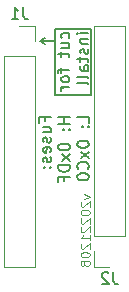
<source format=gbr>
%TF.GenerationSoftware,KiCad,Pcbnew,(6.0.9)*%
%TF.CreationDate,2022-12-08T14:47:13+01:00*%
%TF.ProjectId,UltraCIC-III,556c7472-6143-4494-932d-4949492e6b69,rev?*%
%TF.SameCoordinates,Original*%
%TF.FileFunction,Legend,Bot*%
%TF.FilePolarity,Positive*%
%FSLAX46Y46*%
G04 Gerber Fmt 4.6, Leading zero omitted, Abs format (unit mm)*
G04 Created by KiCad (PCBNEW (6.0.9)) date 2022-12-08 14:47:13*
%MOMM*%
%LPD*%
G01*
G04 APERTURE LIST*
%ADD10C,0.150000*%
%ADD11C,0.100000*%
%ADD12C,0.120000*%
G04 APERTURE END LIST*
D10*
X100076000Y-72644000D02*
X103124000Y-72644000D01*
X103124000Y-72644000D02*
X103124000Y-67056000D01*
X103124000Y-67056000D02*
X100076000Y-67056000D01*
X100076000Y-67056000D02*
X100076000Y-72644000D01*
X99156571Y-74836928D02*
X99156571Y-74503595D01*
X99680380Y-74503595D02*
X98680380Y-74503595D01*
X98680380Y-74979785D01*
X99013714Y-75789309D02*
X99680380Y-75789309D01*
X99013714Y-75360738D02*
X99537523Y-75360738D01*
X99632761Y-75408357D01*
X99680380Y-75503595D01*
X99680380Y-75646452D01*
X99632761Y-75741690D01*
X99585142Y-75789309D01*
X99632761Y-76217880D02*
X99680380Y-76313119D01*
X99680380Y-76503595D01*
X99632761Y-76598833D01*
X99537523Y-76646452D01*
X99489904Y-76646452D01*
X99394666Y-76598833D01*
X99347047Y-76503595D01*
X99347047Y-76360738D01*
X99299428Y-76265500D01*
X99204190Y-76217880D01*
X99156571Y-76217880D01*
X99061333Y-76265500D01*
X99013714Y-76360738D01*
X99013714Y-76503595D01*
X99061333Y-76598833D01*
X99632761Y-77455976D02*
X99680380Y-77360738D01*
X99680380Y-77170261D01*
X99632761Y-77075023D01*
X99537523Y-77027404D01*
X99156571Y-77027404D01*
X99061333Y-77075023D01*
X99013714Y-77170261D01*
X99013714Y-77360738D01*
X99061333Y-77455976D01*
X99156571Y-77503595D01*
X99251809Y-77503595D01*
X99347047Y-77027404D01*
X99632761Y-77884547D02*
X99680380Y-77979785D01*
X99680380Y-78170261D01*
X99632761Y-78265500D01*
X99537523Y-78313119D01*
X99489904Y-78313119D01*
X99394666Y-78265500D01*
X99347047Y-78170261D01*
X99347047Y-78027404D01*
X99299428Y-77932166D01*
X99204190Y-77884547D01*
X99156571Y-77884547D01*
X99061333Y-77932166D01*
X99013714Y-78027404D01*
X99013714Y-78170261D01*
X99061333Y-78265500D01*
X99585142Y-78741690D02*
X99632761Y-78789309D01*
X99680380Y-78741690D01*
X99632761Y-78694071D01*
X99585142Y-78741690D01*
X99680380Y-78741690D01*
X99061333Y-78741690D02*
X99108952Y-78789309D01*
X99156571Y-78741690D01*
X99108952Y-78694071D01*
X99061333Y-78741690D01*
X99156571Y-78741690D01*
X101290380Y-74503595D02*
X100290380Y-74503595D01*
X100766571Y-74503595D02*
X100766571Y-75075023D01*
X101290380Y-75075023D02*
X100290380Y-75075023D01*
X101195142Y-75551214D02*
X101242761Y-75598833D01*
X101290380Y-75551214D01*
X101242761Y-75503595D01*
X101195142Y-75551214D01*
X101290380Y-75551214D01*
X100671333Y-75551214D02*
X100718952Y-75598833D01*
X100766571Y-75551214D01*
X100718952Y-75503595D01*
X100671333Y-75551214D01*
X100766571Y-75551214D01*
X100290380Y-76979785D02*
X100290380Y-77075023D01*
X100338000Y-77170261D01*
X100385619Y-77217880D01*
X100480857Y-77265500D01*
X100671333Y-77313119D01*
X100909428Y-77313119D01*
X101099904Y-77265500D01*
X101195142Y-77217880D01*
X101242761Y-77170261D01*
X101290380Y-77075023D01*
X101290380Y-76979785D01*
X101242761Y-76884547D01*
X101195142Y-76836928D01*
X101099904Y-76789309D01*
X100909428Y-76741690D01*
X100671333Y-76741690D01*
X100480857Y-76789309D01*
X100385619Y-76836928D01*
X100338000Y-76884547D01*
X100290380Y-76979785D01*
X101290380Y-77646452D02*
X100623714Y-78170261D01*
X100623714Y-77646452D02*
X101290380Y-78170261D01*
X101290380Y-78551214D02*
X100290380Y-78551214D01*
X100290380Y-78789309D01*
X100338000Y-78932166D01*
X100433238Y-79027404D01*
X100528476Y-79075023D01*
X100718952Y-79122642D01*
X100861809Y-79122642D01*
X101052285Y-79075023D01*
X101147523Y-79027404D01*
X101242761Y-78932166D01*
X101290380Y-78789309D01*
X101290380Y-78551214D01*
X100766571Y-79884547D02*
X100766571Y-79551214D01*
X101290380Y-79551214D02*
X100290380Y-79551214D01*
X100290380Y-80027404D01*
X102900380Y-74979785D02*
X102900380Y-74503595D01*
X101900380Y-74503595D01*
X102805142Y-75313119D02*
X102852761Y-75360738D01*
X102900380Y-75313119D01*
X102852761Y-75265500D01*
X102805142Y-75313119D01*
X102900380Y-75313119D01*
X102281333Y-75313119D02*
X102328952Y-75360738D01*
X102376571Y-75313119D01*
X102328952Y-75265500D01*
X102281333Y-75313119D01*
X102376571Y-75313119D01*
X101900380Y-76741690D02*
X101900380Y-76836928D01*
X101948000Y-76932166D01*
X101995619Y-76979785D01*
X102090857Y-77027404D01*
X102281333Y-77075023D01*
X102519428Y-77075023D01*
X102709904Y-77027404D01*
X102805142Y-76979785D01*
X102852761Y-76932166D01*
X102900380Y-76836928D01*
X102900380Y-76741690D01*
X102852761Y-76646452D01*
X102805142Y-76598833D01*
X102709904Y-76551214D01*
X102519428Y-76503595D01*
X102281333Y-76503595D01*
X102090857Y-76551214D01*
X101995619Y-76598833D01*
X101948000Y-76646452D01*
X101900380Y-76741690D01*
X102900380Y-77408357D02*
X102233714Y-77932166D01*
X102233714Y-77408357D02*
X102900380Y-77932166D01*
X102805142Y-78884547D02*
X102852761Y-78836928D01*
X102900380Y-78694071D01*
X102900380Y-78598833D01*
X102852761Y-78455976D01*
X102757523Y-78360738D01*
X102662285Y-78313119D01*
X102471809Y-78265500D01*
X102328952Y-78265500D01*
X102138476Y-78313119D01*
X102043238Y-78360738D01*
X101948000Y-78455976D01*
X101900380Y-78598833D01*
X101900380Y-78694071D01*
X101948000Y-78836928D01*
X101995619Y-78884547D01*
X101900380Y-79503595D02*
X101900380Y-79598833D01*
X101948000Y-79694071D01*
X101995619Y-79741690D01*
X102090857Y-79789309D01*
X102281333Y-79836928D01*
X102519428Y-79836928D01*
X102709904Y-79789309D01*
X102805142Y-79741690D01*
X102852761Y-79694071D01*
X102900380Y-79598833D01*
X102900380Y-79503595D01*
X102852761Y-79408357D01*
X102805142Y-79360738D01*
X102709904Y-79313119D01*
X102519428Y-79265500D01*
X102281333Y-79265500D01*
X102090857Y-79313119D01*
X101995619Y-79360738D01*
X101948000Y-79408357D01*
X101900380Y-79503595D01*
X99187000Y-68326000D02*
X98806000Y-68072000D01*
X98806000Y-68072000D02*
X99187000Y-67818000D01*
X99568000Y-68072000D02*
X98806000Y-68072000D01*
X100076000Y-68072000D02*
X99568000Y-68072000D01*
X101199761Y-67820166D02*
X101247380Y-67724928D01*
X101247380Y-67534452D01*
X101199761Y-67439214D01*
X101152142Y-67391595D01*
X101056904Y-67343976D01*
X100771190Y-67343976D01*
X100675952Y-67391595D01*
X100628333Y-67439214D01*
X100580714Y-67534452D01*
X100580714Y-67724928D01*
X100628333Y-67820166D01*
X100580714Y-68677309D02*
X101247380Y-68677309D01*
X100580714Y-68248738D02*
X101104523Y-68248738D01*
X101199761Y-68296357D01*
X101247380Y-68391595D01*
X101247380Y-68534452D01*
X101199761Y-68629690D01*
X101152142Y-68677309D01*
X100580714Y-69010642D02*
X100580714Y-69391595D01*
X100247380Y-69153500D02*
X101104523Y-69153500D01*
X101199761Y-69201119D01*
X101247380Y-69296357D01*
X101247380Y-69391595D01*
X100580714Y-70343976D02*
X100580714Y-70724928D01*
X101247380Y-70486833D02*
X100390238Y-70486833D01*
X100295000Y-70534452D01*
X100247380Y-70629690D01*
X100247380Y-70724928D01*
X101247380Y-71201119D02*
X101199761Y-71105880D01*
X101152142Y-71058261D01*
X101056904Y-71010642D01*
X100771190Y-71010642D01*
X100675952Y-71058261D01*
X100628333Y-71105880D01*
X100580714Y-71201119D01*
X100580714Y-71343976D01*
X100628333Y-71439214D01*
X100675952Y-71486833D01*
X100771190Y-71534452D01*
X101056904Y-71534452D01*
X101152142Y-71486833D01*
X101199761Y-71439214D01*
X101247380Y-71343976D01*
X101247380Y-71201119D01*
X101247380Y-71963023D02*
X100580714Y-71963023D01*
X100771190Y-71963023D02*
X100675952Y-72010642D01*
X100628333Y-72058261D01*
X100580714Y-72153500D01*
X100580714Y-72248738D01*
X102857380Y-67391595D02*
X102190714Y-67391595D01*
X101857380Y-67391595D02*
X101905000Y-67343976D01*
X101952619Y-67391595D01*
X101905000Y-67439214D01*
X101857380Y-67391595D01*
X101952619Y-67391595D01*
X102190714Y-67867785D02*
X102857380Y-67867785D01*
X102285952Y-67867785D02*
X102238333Y-67915404D01*
X102190714Y-68010642D01*
X102190714Y-68153500D01*
X102238333Y-68248738D01*
X102333571Y-68296357D01*
X102857380Y-68296357D01*
X102809761Y-68724928D02*
X102857380Y-68820166D01*
X102857380Y-69010642D01*
X102809761Y-69105880D01*
X102714523Y-69153500D01*
X102666904Y-69153500D01*
X102571666Y-69105880D01*
X102524047Y-69010642D01*
X102524047Y-68867785D01*
X102476428Y-68772547D01*
X102381190Y-68724928D01*
X102333571Y-68724928D01*
X102238333Y-68772547D01*
X102190714Y-68867785D01*
X102190714Y-69010642D01*
X102238333Y-69105880D01*
X102190714Y-69439214D02*
X102190714Y-69820166D01*
X101857380Y-69582071D02*
X102714523Y-69582071D01*
X102809761Y-69629690D01*
X102857380Y-69724928D01*
X102857380Y-69820166D01*
X102857380Y-70582071D02*
X102333571Y-70582071D01*
X102238333Y-70534452D01*
X102190714Y-70439214D01*
X102190714Y-70248738D01*
X102238333Y-70153500D01*
X102809761Y-70582071D02*
X102857380Y-70486833D01*
X102857380Y-70248738D01*
X102809761Y-70153500D01*
X102714523Y-70105880D01*
X102619285Y-70105880D01*
X102524047Y-70153500D01*
X102476428Y-70248738D01*
X102476428Y-70486833D01*
X102428809Y-70582071D01*
X102857380Y-71201119D02*
X102809761Y-71105880D01*
X102714523Y-71058261D01*
X101857380Y-71058261D01*
X102857380Y-71724928D02*
X102809761Y-71629690D01*
X102714523Y-71582071D01*
X101857380Y-71582071D01*
D11*
X102455285Y-81038285D02*
X102955285Y-81216857D01*
X102455285Y-81395428D01*
X102276714Y-81645428D02*
X102241000Y-81681142D01*
X102205285Y-81752571D01*
X102205285Y-81931142D01*
X102241000Y-82002571D01*
X102276714Y-82038285D01*
X102348142Y-82074000D01*
X102419571Y-82074000D01*
X102526714Y-82038285D01*
X102955285Y-81609714D01*
X102955285Y-82074000D01*
X102205285Y-82538285D02*
X102205285Y-82609714D01*
X102241000Y-82681142D01*
X102276714Y-82716857D01*
X102348142Y-82752571D01*
X102491000Y-82788285D01*
X102669571Y-82788285D01*
X102812428Y-82752571D01*
X102883857Y-82716857D01*
X102919571Y-82681142D01*
X102955285Y-82609714D01*
X102955285Y-82538285D01*
X102919571Y-82466857D01*
X102883857Y-82431142D01*
X102812428Y-82395428D01*
X102669571Y-82359714D01*
X102491000Y-82359714D01*
X102348142Y-82395428D01*
X102276714Y-82431142D01*
X102241000Y-82466857D01*
X102205285Y-82538285D01*
X102276714Y-83074000D02*
X102241000Y-83109714D01*
X102205285Y-83181142D01*
X102205285Y-83359714D01*
X102241000Y-83431142D01*
X102276714Y-83466857D01*
X102348142Y-83502571D01*
X102419571Y-83502571D01*
X102526714Y-83466857D01*
X102955285Y-83038285D01*
X102955285Y-83502571D01*
X102276714Y-83788285D02*
X102241000Y-83824000D01*
X102205285Y-83895428D01*
X102205285Y-84074000D01*
X102241000Y-84145428D01*
X102276714Y-84181142D01*
X102348142Y-84216857D01*
X102419571Y-84216857D01*
X102526714Y-84181142D01*
X102955285Y-83752571D01*
X102955285Y-84216857D01*
X102955285Y-84931142D02*
X102955285Y-84502571D01*
X102955285Y-84716857D02*
X102205285Y-84716857D01*
X102312428Y-84645428D01*
X102383857Y-84574000D01*
X102419571Y-84502571D01*
X102276714Y-85216857D02*
X102241000Y-85252571D01*
X102205285Y-85324000D01*
X102205285Y-85502571D01*
X102241000Y-85574000D01*
X102276714Y-85609714D01*
X102348142Y-85645428D01*
X102419571Y-85645428D01*
X102526714Y-85609714D01*
X102955285Y-85181142D01*
X102955285Y-85645428D01*
X102205285Y-86109714D02*
X102205285Y-86181142D01*
X102241000Y-86252571D01*
X102276714Y-86288285D01*
X102348142Y-86324000D01*
X102491000Y-86359714D01*
X102669571Y-86359714D01*
X102812428Y-86324000D01*
X102883857Y-86288285D01*
X102919571Y-86252571D01*
X102955285Y-86181142D01*
X102955285Y-86109714D01*
X102919571Y-86038285D01*
X102883857Y-86002571D01*
X102812428Y-85966857D01*
X102669571Y-85931142D01*
X102491000Y-85931142D01*
X102348142Y-85966857D01*
X102276714Y-86002571D01*
X102241000Y-86038285D01*
X102205285Y-86109714D01*
X102526714Y-86788285D02*
X102491000Y-86716857D01*
X102455285Y-86681142D01*
X102383857Y-86645428D01*
X102348142Y-86645428D01*
X102276714Y-86681142D01*
X102241000Y-86716857D01*
X102205285Y-86788285D01*
X102205285Y-86931142D01*
X102241000Y-87002571D01*
X102276714Y-87038285D01*
X102348142Y-87074000D01*
X102383857Y-87074000D01*
X102455285Y-87038285D01*
X102491000Y-87002571D01*
X102526714Y-86931142D01*
X102526714Y-86788285D01*
X102562428Y-86716857D01*
X102598142Y-86681142D01*
X102669571Y-86645428D01*
X102812428Y-86645428D01*
X102883857Y-86681142D01*
X102919571Y-86716857D01*
X102955285Y-86788285D01*
X102955285Y-86931142D01*
X102919571Y-87002571D01*
X102883857Y-87038285D01*
X102812428Y-87074000D01*
X102669571Y-87074000D01*
X102598142Y-87038285D01*
X102562428Y-87002571D01*
X102526714Y-86931142D01*
D10*
%TO.C,J2*%
X104981333Y-87634380D02*
X104981333Y-88348666D01*
X105028952Y-88491523D01*
X105124190Y-88586761D01*
X105267047Y-88634380D01*
X105362285Y-88634380D01*
X104552761Y-87729619D02*
X104505142Y-87682000D01*
X104409904Y-87634380D01*
X104171809Y-87634380D01*
X104076571Y-87682000D01*
X104028952Y-87729619D01*
X103981333Y-87824857D01*
X103981333Y-87920095D01*
X104028952Y-88062952D01*
X104600380Y-88634380D01*
X103981333Y-88634380D01*
%TO.C,J1*%
X97361333Y-65194380D02*
X97361333Y-65908666D01*
X97408952Y-66051523D01*
X97504190Y-66146761D01*
X97647047Y-66194380D01*
X97742285Y-66194380D01*
X96361333Y-66194380D02*
X96932761Y-66194380D01*
X96647047Y-66194380D02*
X96647047Y-65194380D01*
X96742285Y-65337238D01*
X96837523Y-65432476D01*
X96932761Y-65480095D01*
D12*
%TO.C,J2*%
X103318000Y-85852000D02*
X103318000Y-87182000D01*
X103318000Y-87182000D02*
X104648000Y-87182000D01*
X103318000Y-66742000D02*
X105978000Y-66742000D01*
X103318000Y-84582000D02*
X105978000Y-84582000D01*
X103318000Y-84582000D02*
X103318000Y-66742000D01*
X105978000Y-84582000D02*
X105978000Y-66742000D01*
%TO.C,J1*%
X98358000Y-66742000D02*
X97028000Y-66742000D01*
X98358000Y-68072000D02*
X98358000Y-66742000D01*
X98358000Y-87182000D02*
X95698000Y-87182000D01*
X98358000Y-69342000D02*
X98358000Y-87182000D01*
X98358000Y-69342000D02*
X95698000Y-69342000D01*
X95698000Y-69342000D02*
X95698000Y-87182000D01*
%TD*%
M02*

</source>
